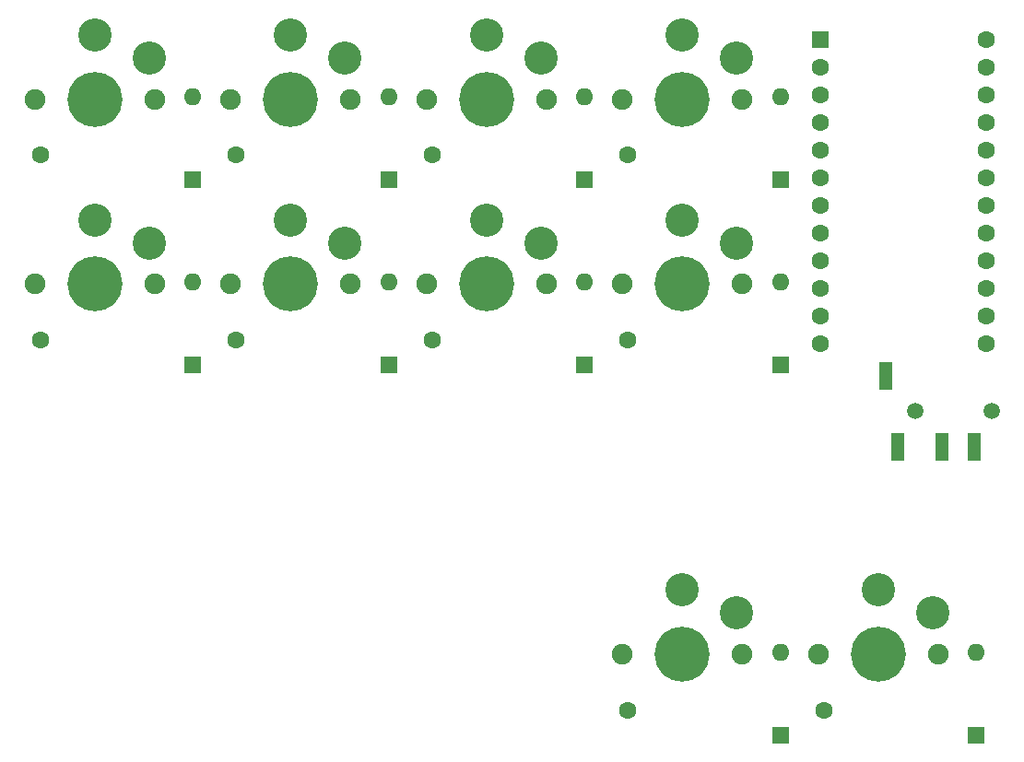
<source format=gbr>
%TF.GenerationSoftware,KiCad,Pcbnew,(6.0.9)*%
%TF.CreationDate,2022-12-21T17:39:15+05:00*%
%TF.ProjectId,vsrgkb-left,76737267-6b62-42d6-9c65-66742e6b6963,rev?*%
%TF.SameCoordinates,Original*%
%TF.FileFunction,Soldermask,Top*%
%TF.FilePolarity,Negative*%
%FSLAX46Y46*%
G04 Gerber Fmt 4.6, Leading zero omitted, Abs format (unit mm)*
G04 Created by KiCad (PCBNEW (6.0.9)) date 2022-12-21 17:39:15*
%MOMM*%
%LPD*%
G01*
G04 APERTURE LIST*
%ADD10R,1.600000X1.600000*%
%ADD11O,1.600000X1.600000*%
%ADD12C,3.050000*%
%ADD13C,1.900000*%
%ADD14C,5.050000*%
%ADD15C,1.600000*%
%ADD16R,1.200000X2.500000*%
%ADD17C,1.500000*%
G04 APERTURE END LIST*
D10*
%TO.C,D9*%
X132750000Y-79687500D03*
D11*
X132750000Y-72067500D03*
%TD*%
D12*
%TO.C,SW8*%
X110750000Y-68450000D03*
D13*
X111250000Y-72250000D03*
X100250000Y-72250000D03*
D14*
X105750000Y-72250000D03*
D15*
X100750000Y-77400000D03*
D12*
X105750000Y-66350000D03*
%TD*%
%TO.C,SW10*%
X123750000Y-100350000D03*
X128750000Y-102450000D03*
D15*
X118750000Y-111400000D03*
D13*
X118250000Y-106250000D03*
D14*
X123750000Y-106250000D03*
D13*
X129250000Y-106250000D03*
%TD*%
D14*
%TO.C,SW4*%
X123750000Y-55250000D03*
D13*
X129250000Y-55250000D03*
D12*
X128750000Y-51450000D03*
X123750000Y-49350000D03*
D15*
X118750000Y-60400000D03*
D13*
X118250000Y-55250000D03*
%TD*%
D10*
%TO.C,D6*%
X78750000Y-79687500D03*
D11*
X78750000Y-72067500D03*
%TD*%
D10*
%TO.C,D2*%
X96750000Y-62687500D03*
D11*
X96750000Y-55067500D03*
%TD*%
D10*
%TO.C,D10*%
X132750000Y-113687500D03*
D11*
X132750000Y-106067500D03*
%TD*%
D13*
%TO.C,SW3*%
X100250000Y-55250000D03*
D12*
X105750000Y-49350000D03*
D14*
X105750000Y-55250000D03*
D12*
X110750000Y-51450000D03*
D13*
X111250000Y-55250000D03*
D15*
X100750000Y-60400000D03*
%TD*%
D12*
%TO.C,SW5*%
X141750000Y-100350000D03*
D13*
X136250000Y-106250000D03*
X147250000Y-106250000D03*
D14*
X141750000Y-106250000D03*
D12*
X146750000Y-102450000D03*
D15*
X136750000Y-111400000D03*
%TD*%
D10*
%TO.C,D7*%
X96750000Y-79687500D03*
D11*
X96750000Y-72067500D03*
%TD*%
D10*
%TO.C,U1*%
X136380000Y-49780000D03*
D15*
X136380000Y-52320000D03*
X136380000Y-54860000D03*
X136380000Y-57400000D03*
X136380000Y-59940000D03*
X136380000Y-62480000D03*
X136380000Y-65020000D03*
X136380000Y-67560000D03*
X136380000Y-70100000D03*
X136380000Y-72640000D03*
X136380000Y-75180000D03*
X136380000Y-77720000D03*
X151620000Y-77720000D03*
X151620000Y-75180000D03*
X151620000Y-72640000D03*
X151620000Y-70100000D03*
X151620000Y-67560000D03*
X151620000Y-65020000D03*
X151620000Y-62480000D03*
X151620000Y-59940000D03*
X151620000Y-57400000D03*
X151620000Y-54860000D03*
X151620000Y-52320000D03*
X151620000Y-49780000D03*
%TD*%
D12*
%TO.C,SW1*%
X74750000Y-51450000D03*
D13*
X75250000Y-55250000D03*
D14*
X69750000Y-55250000D03*
D12*
X69750000Y-49350000D03*
D15*
X64750000Y-60400000D03*
D13*
X64250000Y-55250000D03*
%TD*%
D12*
%TO.C,SW7*%
X92750000Y-68450000D03*
D14*
X87750000Y-72250000D03*
D13*
X82250000Y-72250000D03*
D15*
X82750000Y-77400000D03*
D12*
X87750000Y-66350000D03*
D13*
X93250000Y-72250000D03*
%TD*%
D10*
%TO.C,D4*%
X132750000Y-62687500D03*
D11*
X132750000Y-55067500D03*
%TD*%
D13*
%TO.C,SW2*%
X93250000Y-55250000D03*
X82250000Y-55250000D03*
D14*
X87750000Y-55250000D03*
D15*
X82750000Y-60400000D03*
D12*
X87750000Y-49350000D03*
X92750000Y-51450000D03*
%TD*%
D16*
%TO.C,J1*%
X143550000Y-87187500D03*
X142450000Y-80687500D03*
X150550000Y-87187500D03*
X147550000Y-87187500D03*
D17*
X152150000Y-83937500D03*
X145150000Y-83937500D03*
%TD*%
D10*
%TO.C,D3*%
X114750000Y-62687500D03*
D11*
X114750000Y-55067500D03*
%TD*%
D10*
%TO.C,D8*%
X114750000Y-79687500D03*
D11*
X114750000Y-72067500D03*
%TD*%
D10*
%TO.C,D1*%
X78750000Y-62687500D03*
D11*
X78750000Y-55067500D03*
%TD*%
D13*
%TO.C,SW6*%
X64250000Y-72250000D03*
D15*
X64750000Y-77400000D03*
D14*
X69750000Y-72250000D03*
D13*
X75250000Y-72250000D03*
D12*
X74750000Y-68450000D03*
X69750000Y-66350000D03*
%TD*%
D10*
%TO.C,D5*%
X150750000Y-113687500D03*
D11*
X150750000Y-106067500D03*
%TD*%
D13*
%TO.C,SW9*%
X118250000Y-72250000D03*
D12*
X128750000Y-68450000D03*
D13*
X129250000Y-72250000D03*
D12*
X123750000Y-66350000D03*
D15*
X118750000Y-77400000D03*
D14*
X123750000Y-72250000D03*
%TD*%
M02*

</source>
